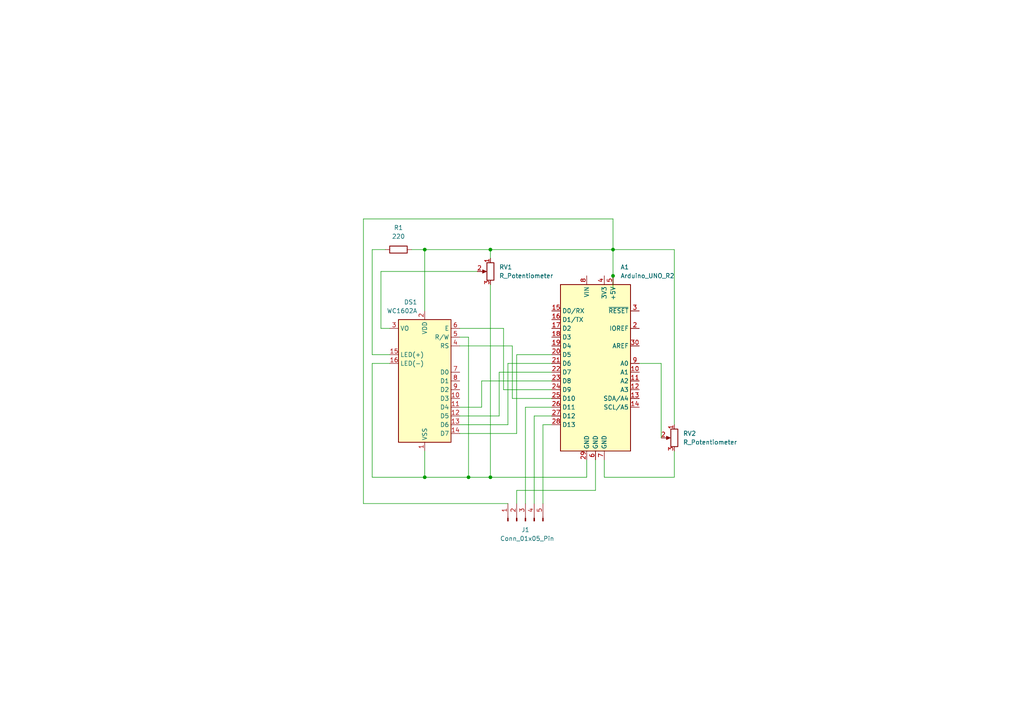
<source format=kicad_sch>
(kicad_sch (version 20250114) (generator "eeschema") (generator_version "9.0")
  (paper "A4")
  (title_block (title "Arduino Shield GPS Pro") (date "2026-02-06") (rev "2026-02-06") (company "Node Nerds"))
  (lib_symbols
    (symbol "Connector:Conn_01x05_Pin" (pin_names (offset 1.016) (hide yes))
      (property "Reference" "J" (at 0 7.62 0))
      (property "Value" "Conn_01x05_Pin" (at 0 -7.62 0))
      (symbol "Conn_01x05_Pin_1_1"
        (rectangle (start 0.8636 5.207) (end 0 4.953) (stroke (width 0.1524)) (fill (type outline)))
        (rectangle (start 0.8636 2.667) (end 0 2.413) (stroke (width 0.1524)) (fill (type outline)))
        (rectangle (start 0.8636 0.127) (end 0 -0.127) (stroke (width 0.1524)) (fill (type outline)))
        (rectangle (start 0.8636 -2.413) (end 0 -2.667) (stroke (width 0.1524)) (fill (type outline)))
        (rectangle (start 0.8636 -4.953) (end 0 -5.207) (stroke (width 0.1524)) (fill (type outline)))
        (polyline (pts (xy 1.27 5.08) (xy 0.8636 5.08)) (stroke (width 0.1524)))
        (polyline (pts (xy 1.27 2.54) (xy 0.8636 2.54)) (stroke (width 0.1524)))
        (polyline (pts (xy 1.27 0) (xy 0.8636 0)) (stroke (width 0.1524)))
        (polyline (pts (xy 1.27 -2.54) (xy 0.8636 -2.54)) (stroke (width 0.1524)))
        (polyline (pts (xy 1.27 -5.08) (xy 0.8636 -5.08)) (stroke (width 0.1524)))
        (pin passive line (at 5.08 5.08 180) (length 3.81) (name "Pin_1") (number "1"))
        (pin passive line (at 5.08 2.54 180) (length 3.81) (name "Pin_2") (number "2"))
        (pin passive line (at 5.08 0 180) (length 3.81) (name "Pin_3") (number "3"))
        (pin passive line (at 5.08 -2.54 180) (length 3.81) (name "Pin_4") (number "4"))
        (pin passive line (at 5.08 -5.08 180) (length 3.81) (name "Pin_5") (number "5"))
      )
    )
    (symbol "Device:R" (pin_numbers (hide yes)) (pin_names (offset 0))
      (property "Reference" "R" (at 2.032 0 90))
      (property "Value" "R" (at 0 0 90))
      (symbol "R_0_1"
        (rectangle (start -1.016 -2.54) (end 1.016 2.54) (stroke (width 0.254)))
      )
      (symbol "R_1_1"
        (pin passive line (at 0 3.81 270) (length 1.27) (name "~") (number "1"))
        (pin passive line (at 0 -3.81 90) (length 1.27) (name "~") (number "2"))
      )
    )
    (symbol "Device:R_Potentiometer" (pin_names (offset 1.016) (hide yes))
      (property "Reference" "RV" (at -4.445 0 90))
      (property "Value" "R_Potentiometer" (at -2.54 0 90))
      (symbol "R_Potentiometer_0_1"
        (rectangle (start 1.016 2.54) (end -1.016 -2.54) (stroke (width 0.254)))
        (polyline (pts (xy 1.143 0) (xy 2.286 0.508) (xy 2.286 -0.508) (xy 1.143 0)) (fill (type outline)))
        (polyline (pts (xy 2.54 0) (xy 1.524 0)))
      )
      (symbol "R_Potentiometer_1_1"
        (pin passive line (at 0 3.81 270) (length 1.27) (name "1") (number "1"))
        (pin passive line (at 0 -3.81 90) (length 1.27) (name "3") (number "3"))
        (pin passive line (at 3.81 0 180) (length 1.27) (name "2") (number "2"))
      )
    )
    (symbol "Display_Character:WC1602A"
      (property "Reference" "DS" (at -5.842 19.05 0))
      (property "Value" "WC1602A" (at 5.334 19.05 0))
      (symbol "WC1602A_1_1"
        (rectangle (start -7.62 17.78) (end 7.62 -17.78) (stroke (width 0.254)) (fill (type background)))
        (pin input line (at -10.16 15.24 0) (length 2.54) (name "E") (number "6"))
        (pin input line (at -10.16 12.7 0) (length 2.54) (name "R/W") (number "5"))
        (pin input line (at -10.16 10.16 0) (length 2.54) (name "RS") (number "4"))
        (pin input line (at -10.16 2.54 0) (length 2.54) (name "D0") (number "7"))
        (pin input line (at -10.16 0 0) (length 2.54) (name "D1") (number "8"))
        (pin input line (at -10.16 -2.54 0) (length 2.54) (name "D2") (number "9"))
        (pin input line (at -10.16 -5.08 0) (length 2.54) (name "D3") (number "10"))
        (pin input line (at -10.16 -7.62 0) (length 2.54) (name "D4") (number "11"))
        (pin input line (at -10.16 -10.16 0) (length 2.54) (name "D5") (number "12"))
        (pin input line (at -10.16 -12.7 0) (length 2.54) (name "D6") (number "13"))
        (pin input line (at -10.16 -15.24 0) (length 2.54) (name "D7") (number "14"))
        (pin power_in line (at 0 20.32 270) (length 2.54) (name "VDD") (number "2"))
        (pin power_in line (at 0 -20.32 90) (length 2.54) (name "VSS") (number "1"))
        (pin input line (at 10.16 15.24 180) (length 2.54) (name "VO") (number "3"))
        (pin power_in line (at 10.16 7.62 180) (length 2.54) (name "LED(+)") (number "15"))
        (pin power_in line (at 10.16 5.08 180) (length 2.54) (name "LED(-)") (number "16"))
      )
    )
    (symbol "MCU_Module:Arduino_UNO_R2"
      (property "Reference" "A" (at -10.16 23.495 0))
      (property "Value" "Arduino_UNO_R2" (at 5.08 -26.67 0))
      (symbol "Arduino_UNO_R2_0_1"
        (rectangle (start -10.16 22.86) (end 10.16 -25.4) (stroke (width 0.254)) (fill (type background)))
      )
      (symbol "Arduino_UNO_R2_1_1"
        (pin bidirectional line (at -12.7 15.24 0) (length 2.54) (name "D0/RX") (number "15"))
        (pin bidirectional line (at -12.7 12.7 0) (length 2.54) (name "D1/TX") (number "16"))
        (pin bidirectional line (at -12.7 10.16 0) (length 2.54) (name "D2") (number "17"))
        (pin bidirectional line (at -12.7 7.62 0) (length 2.54) (name "D3") (number "18"))
        (pin bidirectional line (at -12.7 5.08 0) (length 2.54) (name "D4") (number "19"))
        (pin bidirectional line (at -12.7 2.54 0) (length 2.54) (name "D5") (number "20"))
        (pin bidirectional line (at -12.7 0 0) (length 2.54) (name "D6") (number "21"))
        (pin bidirectional line (at -12.7 -2.54 0) (length 2.54) (name "D7") (number "22"))
        (pin bidirectional line (at -12.7 -5.08 0) (length 2.54) (name "D8") (number "23"))
        (pin bidirectional line (at -12.7 -7.62 0) (length 2.54) (name "D9") (number "24"))
        (pin bidirectional line (at -12.7 -10.16 0) (length 2.54) (name "D10") (number "25"))
        (pin bidirectional line (at -12.7 -12.7 0) (length 2.54) (name "D11") (number "26"))
        (pin bidirectional line (at -12.7 -15.24 0) (length 2.54) (name "D12") (number "27"))
        (pin bidirectional line (at -12.7 -17.78 0) (length 2.54) (name "D13") (number "28"))
        (pin no_connect line (at -10.16 -20.32 0) (length 2.54) (hide yes) (name "NC") (number "1"))
        (pin power_in line (at -2.54 25.4 270) (length 2.54) (name "VIN") (number "8"))
        (pin power_in line (at -2.54 -27.94 90) (length 2.54) (name "GND") (number "29"))
        (pin power_in line (at 0 -27.94 90) (length 2.54) (name "GND") (number "6"))
        (pin power_out line (at 2.54 25.4 270) (length 2.54) (name "3V3") (number "4"))
        (pin power_in line (at 2.54 -27.94 90) (length 2.54) (name "GND") (number "7"))
        (pin power_out line (at 5.08 25.4 270) (length 2.54) (name "+5V") (number "5"))
        (pin input line (at 12.7 15.24 180) (length 2.54) (name "~{RESET}") (number "3"))
        (pin output line (at 12.7 10.16 180) (length 2.54) (name "IOREF") (number "2"))
        (pin input line (at 12.7 5.08 180) (length 2.54) (name "AREF") (number "30"))
        (pin bidirectional line (at 12.7 0 180) (length 2.54) (name "A0") (number "9"))
        (pin bidirectional line (at 12.7 -2.54 180) (length 2.54) (name "A1") (number "10"))
        (pin bidirectional line (at 12.7 -5.08 180) (length 2.54) (name "A2") (number "11"))
        (pin bidirectional line (at 12.7 -7.62 180) (length 2.54) (name "A3") (number "12"))
        (pin bidirectional line (at 12.7 -10.16 180) (length 2.54) (name "SDA/A4") (number "13"))
        (pin bidirectional line (at 12.7 -12.7 180) (length 2.54) (name "SCL/A5") (number "14"))
      )
    )
  )
  (junction (at 135.89 138.43))
  (junction (at 142.24 72.39))
  (junction (at 123.19 138.43))
  (junction (at 142.24 138.43))
  (junction (at 177.8 72.39))
  (junction (at 123.19 72.39))
  (junction (at 177.8 80.01))
  (wire (pts (xy 123.19 138.43) (xy 135.89 138.43)))
  (wire (pts (xy 133.35 95.25) (xy 146.05 95.25)))
  (wire (pts (xy 149.86 142.24) (xy 172.72 142.24)))
  (wire (pts (xy 113.03 102.87) (xy 107.95 102.87)))
  (wire (pts (xy 142.24 72.39) (xy 123.19 72.39)))
  (wire (pts (xy 105.41 146.05) (xy 147.32 146.05)))
  (wire (pts (xy 170.18 138.43) (xy 170.18 133.35)))
  (wire (pts (xy 139.7 110.49) (xy 160.02 110.49)))
  (wire (pts (xy 142.24 138.43) (xy 170.18 138.43)))
  (wire (pts (xy 148.59 115.57) (xy 160.02 115.57)))
  (wire (pts (xy 148.59 100.33) (xy 148.59 115.57)))
  (wire (pts (xy 195.58 72.39) (xy 195.58 123.19)))
  (wire (pts (xy 135.89 138.43) (xy 142.24 138.43)))
  (wire (pts (xy 177.8 83.82) (xy 177.8 80.01)))
  (wire (pts (xy 110.49 95.25) (xy 110.49 78.74)))
  (wire (pts (xy 142.24 82.55) (xy 142.24 138.43)))
  (wire (pts (xy 107.95 72.39) (xy 111.76 72.39)))
  (wire (pts (xy 105.41 63.5) (xy 177.8 63.5)))
  (wire (pts (xy 133.35 118.11) (xy 139.7 118.11)))
  (wire (pts (xy 133.35 120.65) (xy 144.78 120.65)))
  (wire (pts (xy 107.95 105.41) (xy 107.95 138.43)))
  (wire (pts (xy 177.8 72.39) (xy 142.24 72.39)))
  (wire (pts (xy 175.26 138.43) (xy 195.58 138.43)))
  (wire (pts (xy 149.86 146.05) (xy 149.86 142.24)))
  (wire (pts (xy 144.78 107.95) (xy 160.02 107.95)))
  (wire (pts (xy 123.19 138.43) (xy 123.19 130.81)))
  (wire (pts (xy 154.94 120.65) (xy 154.94 146.05)))
  (wire (pts (xy 107.95 138.43) (xy 123.19 138.43)))
  (wire (pts (xy 135.89 97.79) (xy 135.89 138.43)))
  (wire (pts (xy 110.49 78.74) (xy 138.43 78.74)))
  (wire (pts (xy 133.35 125.73) (xy 149.86 125.73)))
  (wire (pts (xy 142.24 72.39) (xy 142.24 74.93)))
  (wire (pts (xy 133.35 123.19) (xy 147.32 123.19)))
  (wire (pts (xy 172.72 142.24) (xy 172.72 133.35)))
  (wire (pts (xy 146.05 113.03) (xy 160.02 113.03)))
  (wire (pts (xy 191.77 105.41) (xy 185.42 105.41)))
  (wire (pts (xy 152.4 118.11) (xy 160.02 118.11)))
  (wire (pts (xy 152.4 118.11) (xy 152.4 146.05)))
  (wire (pts (xy 149.86 102.87) (xy 149.86 125.73)))
  (wire (pts (xy 177.8 63.5) (xy 177.8 72.39)))
  (wire (pts (xy 191.77 127) (xy 191.77 105.41)))
  (wire (pts (xy 133.35 97.79) (xy 135.89 97.79)))
  (wire (pts (xy 107.95 102.87) (xy 107.95 72.39)))
  (wire (pts (xy 175.26 133.35) (xy 175.26 138.43)))
  (wire (pts (xy 113.03 95.25) (xy 110.49 95.25)))
  (wire (pts (xy 113.03 105.41) (xy 107.95 105.41)))
  (wire (pts (xy 154.94 120.65) (xy 160.02 120.65)))
  (wire (pts (xy 123.19 72.39) (xy 123.19 90.17)))
  (wire (pts (xy 139.7 110.49) (xy 139.7 118.11)))
  (wire (pts (xy 157.48 123.19) (xy 157.48 146.05)))
  (wire (pts (xy 105.41 146.05) (xy 105.41 63.5)))
  (wire (pts (xy 133.35 100.33) (xy 148.59 100.33)))
  (wire (pts (xy 147.32 105.41) (xy 147.32 123.19)))
  (wire (pts (xy 144.78 107.95) (xy 144.78 120.65)))
  (wire (pts (xy 177.8 80.01) (xy 177.8 72.39)))
  (wire (pts (xy 195.58 130.81) (xy 195.58 138.43)))
  (wire (pts (xy 146.05 95.25) (xy 146.05 113.03)))
  (wire (pts (xy 177.8 72.39) (xy 195.58 72.39)))
  (wire (pts (xy 160.02 102.87) (xy 149.86 102.87)))
  (wire (pts (xy 147.32 105.41) (xy 160.02 105.41)))
  (wire (pts (xy 157.48 123.19) (xy 160.02 123.19)))
  (wire (pts (xy 119.38 72.39) (xy 123.19 72.39)))
  (symbol (lib_id "MCU_Module:Arduino_UNO_R2") (at 172.72 105.41 0) (unit 1)
    (property "Reference" "A1" (at 179.9433 77.47 0) (effects (justify left)))
    (property "Value" "Arduino_UNO_R2" (at 179.9433 80.01 0) (effects (justify left)))
    (property "Footprint" "Module:Arduino_UNO_R2" (effects (hide yes)))
    (property "Datasheet" "https://www.arduino.cc/en/Main/arduinoBoardUno" (effects (hide yes)))
    (property "Description" "Arduino UNO Microcontroller Module, release 2" (effects (hide yes)))
  )
  (symbol (lib_id "Device:R_Potentiometer") (at 195.58 127 0) (mirror y) (unit 1)
    (property "Reference" "RV2" (at 198.12 125.7299 0) (effects (justify right)))
    (property "Value" "R_Potentiometer" (at 198.12 128.2699 0) (effects (justify right)))
    (property "Footprint" "Potentiometer_THT:Potentiometer_ACP_CA9-V10_Vertical" (effects (hide yes)))
    (property "Description" "Potentiometer" (effects (hide yes)))
  )
  (symbol (lib_id "Connector:Conn_01x05_Pin") (at 152.4 151.13 90) (unit 1)
    (property "Reference" "J1" (at 152.4 153.67 90))
    (property "Value" "Conn_01x05_Pin" (at 152.908 156.21 90))
    (property "Footprint" "Connector_JST:JST_EH_B5B-EH-A_1x05_P2.50mm_Vertical" (effects (hide yes)))
    (property "Description" "Generic connector, single row, 01x05, script generated" (effects (hide yes)))
  )
  (symbol (lib_id "Device:R") (at 115.57 72.39 270) (unit 1)
    (property "Reference" "R1" (at 115.57 66.04 90))
    (property "Value" "220" (at 115.57 68.58 90))
    (property "Footprint" "Resistor_THT:R_Axial_DIN0204_L3.6mm_D1.6mm_P5.08mm_Vertical" (effects (hide yes)))
    (property "Description" "Resistor" (effects (hide yes)))
  )
  (symbol (lib_id "Display_Character:WC1602A") (at 123.19 110.49 0) (mirror y) (unit 1)
    (property "Reference" "DS1" (at 121.0467 87.63 0) (effects (justify left)))
    (property "Value" "WC1602A" (at 121.0467 90.17 0) (effects (justify left)))
    (property "Footprint" "Display:WC1602A" (effects (hide yes)))
    (property "Datasheet" "http://www.wincomlcd.com/pdf/WC1602A-SFYLYHTC06.pdf" (effects (hide yes)))
    (property "Description" "LCD 16x2 Alphanumeric , 8 bit parallel bus, 5V VDD" (effects (hide yes)))
  )
  (symbol (lib_id "Device:R_Potentiometer") (at 142.24 78.74 0) (mirror y) (unit 1)
    (property "Reference" "RV1" (at 144.78 77.4699 0) (effects (justify right)))
    (property "Value" "R_Potentiometer" (at 144.78 80.0099 0) (effects (justify right)))
    (property "Footprint" "Potentiometer_THT:Potentiometer_ACP_CA9-V10_Vertical" (effects (hide yes)))
    (property "Description" "Potentiometer" (effects (hide yes)))
  )
)
</source>
